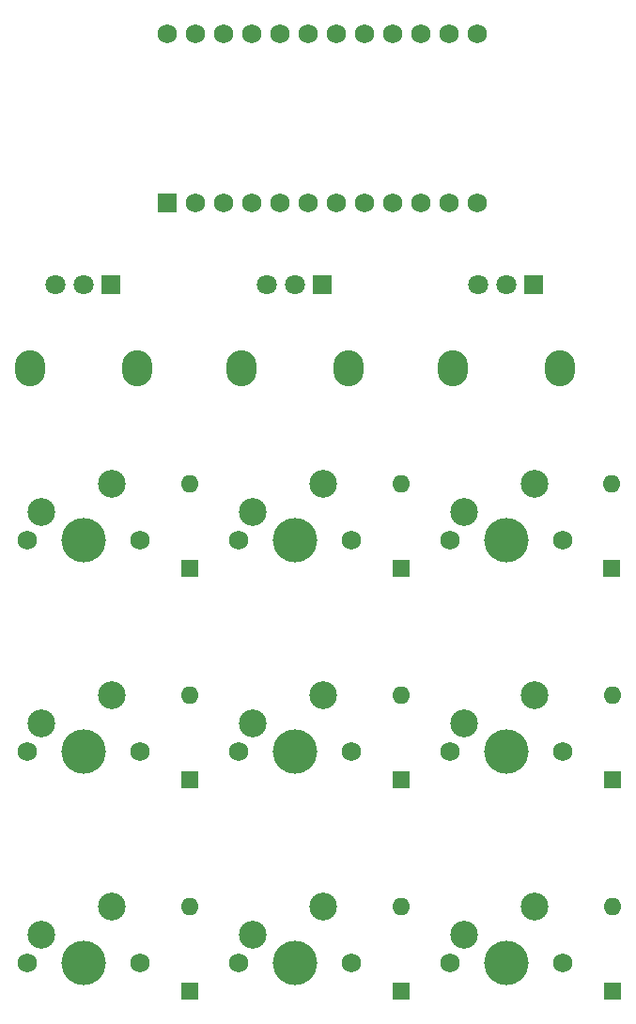
<source format=gbr>
%TF.GenerationSoftware,KiCad,Pcbnew,8.0.2*%
%TF.CreationDate,2024-05-13T19:47:14+03:00*%
%TF.ProjectId,tasta_mea,74617374-615f-46d6-9561-2e6b69636164,rev?*%
%TF.SameCoordinates,Original*%
%TF.FileFunction,Soldermask,Top*%
%TF.FilePolarity,Negative*%
%FSLAX46Y46*%
G04 Gerber Fmt 4.6, Leading zero omitted, Abs format (unit mm)*
G04 Created by KiCad (PCBNEW 8.0.2) date 2024-05-13 19:47:14*
%MOMM*%
%LPD*%
G01*
G04 APERTURE LIST*
%ADD10O,2.720000X3.240000*%
%ADD11R,1.800000X1.800000*%
%ADD12C,1.800000*%
%ADD13C,1.750000*%
%ADD14C,4.000000*%
%ADD15C,2.500000*%
%ADD16R,1.752600X1.752600*%
%ADD17C,1.752600*%
%ADD18R,1.600000X1.600000*%
%ADD19O,1.600000X1.600000*%
G04 APERTURE END LIST*
D10*
%TO.C,RV1*%
X98650000Y-53420000D03*
X89050000Y-53420000D03*
D11*
X96350000Y-45920000D03*
D12*
X93850000Y-45920000D03*
X91350000Y-45920000D03*
%TD*%
D13*
%TO.C,S1*%
X88770000Y-68920000D03*
D14*
X93850000Y-68920000D03*
D13*
X98930000Y-68920000D03*
D15*
X90040000Y-66380000D03*
X96390000Y-63840000D03*
%TD*%
D10*
%TO.C,RV3*%
X136750000Y-53420000D03*
X127150000Y-53420000D03*
D11*
X134450000Y-45920000D03*
D12*
X131950000Y-45920000D03*
X129450000Y-45920000D03*
%TD*%
D16*
%TO.C,U1*%
X101430000Y-38540000D03*
D17*
X103970000Y-38540000D03*
X106510000Y-38540000D03*
X109050000Y-38540000D03*
X111590000Y-38540000D03*
X114130000Y-38540000D03*
X116670000Y-38540000D03*
X119210000Y-38540000D03*
X121750000Y-38540000D03*
X124290000Y-38540000D03*
X126830000Y-38540000D03*
X129370000Y-38540000D03*
X129370000Y-23300000D03*
X126830000Y-23300000D03*
X124290000Y-23300000D03*
X121750000Y-23300000D03*
X119210000Y-23300000D03*
X116670000Y-23300000D03*
X114130000Y-23300000D03*
X111590000Y-23300000D03*
X109050000Y-23300000D03*
X106510000Y-23300000D03*
X103970000Y-23300000D03*
X101430000Y-23300000D03*
%TD*%
D13*
%TO.C,S6*%
X126870000Y-87970000D03*
D14*
X131950000Y-87970000D03*
D13*
X137030000Y-87970000D03*
D15*
X128140000Y-85430000D03*
X134490000Y-82890000D03*
%TD*%
D13*
%TO.C,S7*%
X88770000Y-107020000D03*
D14*
X93850000Y-107020000D03*
D13*
X98930000Y-107020000D03*
D15*
X90040000Y-104480000D03*
X96390000Y-101940000D03*
%TD*%
D13*
%TO.C,S2*%
X107820000Y-68920000D03*
D14*
X112900000Y-68920000D03*
D13*
X117980000Y-68920000D03*
D15*
X109090000Y-66380000D03*
X115440000Y-63840000D03*
%TD*%
D13*
%TO.C,S9*%
X126870000Y-107020000D03*
D14*
X131950000Y-107020000D03*
D13*
X137030000Y-107020000D03*
D15*
X128140000Y-104480000D03*
X134490000Y-101940000D03*
%TD*%
D10*
%TO.C,RV2*%
X117700000Y-53420000D03*
X108100000Y-53420000D03*
D11*
X115400000Y-45920000D03*
D12*
X112900000Y-45920000D03*
X110400000Y-45920000D03*
%TD*%
D13*
%TO.C,S5*%
X107820000Y-87970000D03*
D14*
X112900000Y-87970000D03*
D13*
X117980000Y-87970000D03*
D15*
X109090000Y-85430000D03*
X115440000Y-82890000D03*
%TD*%
D13*
%TO.C,S3*%
X126870000Y-68920000D03*
D14*
X131950000Y-68920000D03*
D13*
X137030000Y-68920000D03*
D15*
X128140000Y-66380000D03*
X134490000Y-63840000D03*
%TD*%
D13*
%TO.C,S8*%
X107820000Y-107020000D03*
D14*
X112900000Y-107020000D03*
D13*
X117980000Y-107020000D03*
D15*
X109090000Y-104480000D03*
X115440000Y-101940000D03*
%TD*%
D13*
%TO.C,S4*%
X88770000Y-87970000D03*
D14*
X93850000Y-87970000D03*
D13*
X98930000Y-87970000D03*
D15*
X90040000Y-85430000D03*
X96390000Y-82890000D03*
%TD*%
D18*
%TO.C,D6*%
X141500000Y-90490000D03*
D19*
X141500000Y-82870000D03*
%TD*%
D18*
%TO.C,D9*%
X141500000Y-109540000D03*
D19*
X141500000Y-101920000D03*
%TD*%
D18*
%TO.C,D3*%
X141410000Y-71440000D03*
D19*
X141410000Y-63820000D03*
%TD*%
D18*
%TO.C,D7*%
X103400000Y-109540000D03*
D19*
X103400000Y-101920000D03*
%TD*%
D18*
%TO.C,D4*%
X103400000Y-90490000D03*
D19*
X103400000Y-82870000D03*
%TD*%
D18*
%TO.C,D8*%
X122450000Y-109540000D03*
D19*
X122450000Y-101920000D03*
%TD*%
D18*
%TO.C,D5*%
X122450000Y-90490000D03*
D19*
X122450000Y-82870000D03*
%TD*%
D18*
%TO.C,D1*%
X103400000Y-71440000D03*
D19*
X103400000Y-63820000D03*
%TD*%
D18*
%TO.C,D2*%
X122450000Y-71440000D03*
D19*
X122450000Y-63820000D03*
%TD*%
M02*

</source>
